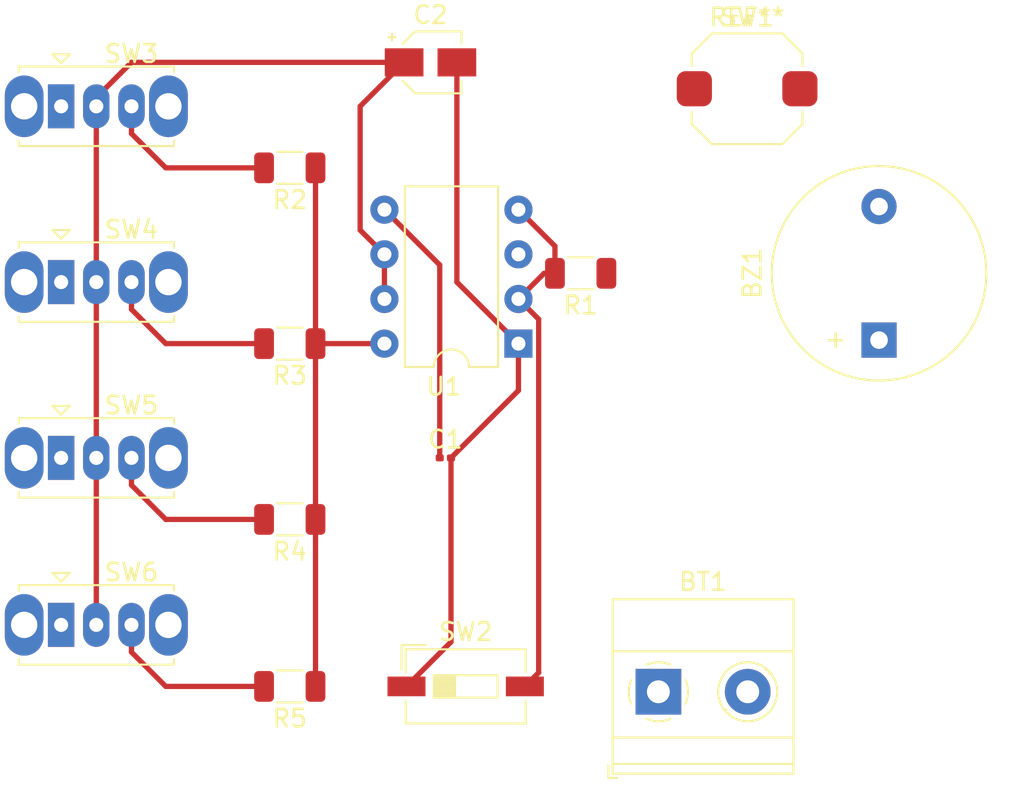
<source format=kicad_pcb>
(kicad_pcb (version 20240108) (generator "pcbnew") (generator_version "8.0")
  (layers (0 "F.Cu" signal) (31 "B.Cu" signal) (34 "B.Paste" user) (35 "F.Paste" user) (36 "B.SilkS" user "B.Silkscreen") (37 "F.SilkS" user "F.Silkscreen") (38 "B.Mask" user) (39 "F.Mask" user) (44 "Edge.Cuts" user))
  (net 0 "")
  (net 1 "Net-(BT1--)")
  (net 2 "Net-(BT1-+)")
  (net 3 "Net-(BZ1--)")
  (net 4 "Net-(BZ1-+)")
  (net 5 "Net-(U1-CV)")
  (net 6 "Net-(SW3-B)")
  (net 7 "Net-(U1-R)")
  (net 8 "Net-(SW3-C)")
  (net 9 "Net-(SW4-C)")
  (net 10 "Net-(SW5-C)")
  (net 11 "Net-(SW6-C)")
  (footprint "Button_Switch_THT:SW_Slide_SPDT_Straight_CK_OS102011MS2Q" (layer "F.Cu") (at 114.5 75.5)
    (property "Reference" "SW3" (at 3.99 -2.99 0) (layer "F.SilkS"))
    (property "Value" "5 min")
    (fp_line (start -2.41 -2.26) (end 6.41 -2.26) (stroke (width 0.12)) (layer "F.SilkS"))
    (fp_line (start -2.41 -1.95) (end -2.41 -2.26) (stroke (width 0.12)) (layer "F.SilkS"))
    (fp_line (start -2.41 2.26) (end -2.41 1.95) (stroke (width 0.12)) (layer "F.SilkS"))
    (fp_line (start -0.5 -2.96) (end 0 -2.46) (stroke (width 0.12)) (layer "F.SilkS"))
    (fp_line (start 0 -2.46) (end 0.5 -2.96) (stroke (width 0.12)) (layer "F.SilkS"))
    (fp_line (start 0.5 -2.96) (end -0.5 -2.96) (stroke (width 0.12)) (layer "F.SilkS"))
    (fp_line (start 6.41 -2.26) (end 6.41 -1.95) (stroke (width 0.12)) (layer "F.SilkS"))
    (fp_line (start 6.41 2.26) (end -2.41 2.26) (stroke (width 0.12)) (layer "F.SilkS"))
    (fp_line (start 6.41 2.26) (end 6.41 1.95) (stroke (width 0.12)) (layer "F.SilkS"))
    (pad "" thru_hole oval (at -2.1 0) (size 2.2 3.5) (drill 1.5) (layers "*.Cu" "*.Mask"))
    (pad "" thru_hole oval (at 6.1 0) (size 2.2 3.5) (drill 1.5) (layers "*.Cu" "*.Mask"))
    (pad "1" thru_hole rect (at 0 0) (size 1.5 2.5) (drill 0.8) (layers "*.Cu" "*.Mask"))
    (pad "2" thru_hole oval (at 2 0) (size 1.5 2.5) (drill 0.8) (layers "*.Cu" "*.Mask") (net 6 "Net-(SW3-B)"))
    (pad "3" thru_hole oval (at 4 0) (size 1.5 2.5) (drill 0.8) (layers "*.Cu" "*.Mask") (net 8 "Net-(SW3-C)"))
  )
  (footprint "Resistor_SMD:R_1206_3216Metric" (layer "F.Cu") (at 127.5 99 180)
    (property "Reference" "R4" (at 0 -1.82 180) (layer "F.SilkS"))
    (property "Value" "1.5M")
    (fp_line (start -0.727064 0.91) (end 0.727064 0.91) (stroke (width 0.12)) (layer "F.SilkS"))
    (fp_line (start -0.727064 -0.91) (end 0.727064 -0.91) (stroke (width 0.12)) (layer "F.SilkS"))
    (pad "1" smd roundrect (at -1.4625 0 180) (size 1.125 1.75) (layers "F.Cu" "F.Paste" "F.Mask") (roundrect_rratio 0.222222) (net 4 "Net-(BZ1-+)"))
    (pad "2" smd roundrect (at 1.4625 0 180) (size 1.125 1.75) (layers "F.Cu" "F.Paste" "F.Mask") (roundrect_rratio 0.222222) (net 10 "Net-(SW5-C)"))
  )
  (footprint "Package_DIP:DIP-8_W7.62mm" (layer "F.Cu") (at 140.5 89 180)
    (property "Reference" "U1" (at 4.23 -2.44 180) (layer "F.SilkS"))
    (property "Value" "NE555P")
    (fp_line (start 6.46 8.95) (end 6.46 -1.33) (stroke (width 0.12)) (layer "F.SilkS"))
    (fp_line (start 6.46 -1.33) (end 4.81 -1.33) (stroke (width 0.12)) (layer "F.SilkS"))
    (fp_line (start 2.81 -1.33) (end 1.16 -1.33) (stroke (width 0.12)) (layer "F.SilkS"))
    (fp_line (start 1.16 8.95) (end 6.46 8.95) (stroke (width 0.12)) (layer "F.SilkS"))
    (fp_line (start 1.16 -1.33) (end 1.16 8.95) (stroke (width 0.12)) (layer "F.SilkS"))
    (fp_arc (start 4.81 -1.33) (mid 3.81 -0.33) (end 2.81 -1.33) (stroke (width 0.12)) (layer "F.SilkS"))
    (pad "1" thru_hole rect (at 0 0 180) (size 1.6 1.6) (drill 0.8) (layers "*.Cu" "*.Mask") (net 1 "Net-(BT1--)"))
    (pad "2" thru_hole oval (at 0 2.54 180) (size 1.6 1.6) (drill 0.8) (layers "*.Cu" "*.Mask") (net 7 "Net-(U1-R)"))
    (pad "3" thru_hole oval (at 0 5.08 180) (size 1.6 1.6) (drill 0.8) (layers "*.Cu" "*.Mask") (net 3 "Net-(BZ1--)"))
    (pad "4" thru_hole oval (at 0 7.62 180) (size 1.6 1.6) (drill 0.8) (layers "*.Cu" "*.Mask") (net 7 "Net-(U1-R)"))
    (pad "5" thru_hole oval (at 7.62 7.62 180) (size 1.6 1.6) (drill 0.8) (layers "*.Cu" "*.Mask") (net 5 "Net-(U1-CV)"))
    (pad "6" thru_hole oval (at 7.62 5.08 180) (size 1.6 1.6) (drill 0.8) (layers "*.Cu" "*.Mask") (net 6 "Net-(SW3-B)"))
    (pad "7" thru_hole oval (at 7.62 2.54 180) (size 1.6 1.6) (drill 0.8) (layers "*.Cu" "*.Mask") (net 6 "Net-(SW3-B)"))
    (pad "8" thru_hole oval (at 7.62 0 180) (size 1.6 1.6) (drill 0.8) (layers "*.Cu" "*.Mask") (net 4 "Net-(BZ1-+)"))
  )
  (footprint "Resistor_SMD:R_1206_3216Metric" (layer "F.Cu") (at 127.5 79 180)
    (property "Reference" "R2" (at 0 -1.82 180) (layer "F.SilkS"))
    (property "Value" "470k")
    (fp_line (start -0.727064 0.91) (end 0.727064 0.91) (stroke (width 0.12)) (layer "F.SilkS"))
    (fp_line (start -0.727064 -0.91) (end 0.727064 -0.91) (stroke (width 0.12)) (layer "F.SilkS"))
    (pad "1" smd roundrect (at -1.4625 0 180) (size 1.125 1.75) (layers "F.Cu" "F.Paste" "F.Mask") (roundrect_rratio 0.222222) (net 4 "Net-(BZ1-+)"))
    (pad "2" smd roundrect (at 1.4625 0 180) (size 1.125 1.75) (layers "F.Cu" "F.Paste" "F.Mask") (roundrect_rratio 0.222222) (net 8 "Net-(SW3-C)"))
  )
  (footprint "Button_Switch_THT:SW_Slide_SPDT_Straight_CK_OS102011MS2Q" (layer "F.Cu") (at 114.5 95.5)
    (property "Reference" "SW5" (at 3.99 -2.99 0) (layer "F.SilkS"))
    (property "Value" "15 min")
    (fp_line (start -2.41 -2.26) (end 6.41 -2.26) (stroke (width 0.12)) (layer "F.SilkS"))
    (fp_line (start -2.41 -1.95) (end -2.41 -2.26) (stroke (width 0.12)) (layer "F.SilkS"))
    (fp_line (start -2.41 2.26) (end -2.41 1.95) (stroke (width 0.12)) (layer "F.SilkS"))
    (fp_line (start -0.5 -2.96) (end 0 -2.46) (stroke (width 0.12)) (layer "F.SilkS"))
    (fp_line (start 0 -2.46) (end 0.5 -2.96) (stroke (width 0.12)) (layer "F.SilkS"))
    (fp_line (start 0.5 -2.96) (end -0.5 -2.96) (stroke (width 0.12)) (layer "F.SilkS"))
    (fp_line (start 6.41 -2.26) (end 6.41 -1.95) (stroke (width 0.12)) (layer "F.SilkS"))
    (fp_line (start 6.41 2.26) (end -2.41 2.26) (stroke (width 0.12)) (layer "F.SilkS"))
    (fp_line (start 6.41 2.26) (end 6.41 1.95) (stroke (width 0.12)) (layer "F.SilkS"))
    (pad "" thru_hole oval (at -2.1 0) (size 2.2 3.5) (drill 1.5) (layers "*.Cu" "*.Mask"))
    (pad "" thru_hole oval (at 6.1 0) (size 2.2 3.5) (drill 1.5) (layers "*.Cu" "*.Mask"))
    (pad "1" thru_hole rect (at 0 0) (size 1.5 2.5) (drill 0.8) (layers "*.Cu" "*.Mask"))
    (pad "2" thru_hole oval (at 2 0) (size 1.5 2.5) (drill 0.8) (layers "*.Cu" "*.Mask") (net 6 "Net-(SW3-B)"))
    (pad "3" thru_hole oval (at 4 0) (size 1.5 2.5) (drill 0.8) (layers "*.Cu" "*.Mask") (net 10 "Net-(SW5-C)"))
  )
  (footprint "Button_Switch_SMD:SW_DIP_SPSTx01_Slide_6.7x4.1mm_W6.73mm_P2.54mm_LowProfile_JPin" (layer "F.Cu") (at 137.5 108.5)
    (property "Reference" "SW2" (at 0 -3.11 0) (layer "F.SilkS"))
    (property "Value" "Start")
    (fp_line (start -3.65 -2.35) (end -3.65 -0.967) (stroke (width 0.12)) (layer "F.SilkS"))
    (fp_line (start -3.65 -2.35) (end -2.267 -2.35) (stroke (width 0.12)) (layer "F.SilkS"))
    (fp_line (start -3.41 -2.11) (end -3.41 -0.8) (stroke (width 0.12)) (layer "F.SilkS"))
    (fp_line (start -3.41 -2.11) (end 3.41 -2.11) (stroke (width 0.12)) (layer "F.SilkS"))
    (fp_line (start -3.41 0.8) (end -3.41 2.11) (stroke (width 0.12)) (layer "F.SilkS"))
    (fp_line (start -3.41 2.11) (end 3.41 2.11) (stroke (width 0.12)) (layer "F.SilkS"))
    (fp_line (start -1.81 -0.635) (end -1.81 0.635) (stroke (width 0.12)) (layer "F.SilkS"))
    (fp_line (start -1.81 -0.515) (end -0.603333 -0.515) (stroke (width 0.12)) (layer "F.SilkS"))
    (fp_line (start -1.81 -0.395) (end -0.603333 -0.395) (stroke (width 0.12)) (layer "F.SilkS"))
    (fp_line (start -1.81 -0.275) (end -0.603333 -0.275) (stroke (width 0.12)) (layer "F.SilkS"))
    (fp_line (start -1.81 -0.155) (end -0.603333 -0.155) (stroke (width 0.12)) (layer "F.SilkS"))
    (fp_line (start -1.81 -0.035) (end -0.603333 -0.035) (stroke (width 0.12)) (layer "F.SilkS"))
    (fp_line (start -1.81 0.085) (end -0.603333 0.085) (stroke (width 0.12)) (layer "F.SilkS"))
    (fp_line (start -1.81 0.205) (end -0.603333 0.205) (stroke (width 0.12)) (layer "F.SilkS"))
    (fp_line (start -1.81 0.325) (end -0.603333 0.325) (stroke (width 0.12)) (layer "F.SilkS"))
    (fp_line (start -1.81 0.445) (end -0.603333 0.445) (stroke (width 0.12)) (layer "F.SilkS"))
    (fp_line (start -1.81 0.565) (end -0.603333 0.565) (stroke (width 0.12)) (layer "F.SilkS"))
    (fp_line (start -1.81 0.635) (end 1.81 0.635) (stroke (width 0.12)) (layer "F.SilkS"))
    (fp_line (start -0.603333 -0.635) (end -0.603333 0.635) (stroke (width 0.12)) (layer "F.SilkS"))
    (fp_line (start 1.81 -0.635) (end -1.81 -0.635) (stroke (width 0.12)) (layer "F.SilkS"))
    (fp_line (start 1.81 0.635) (end 1.81 -0.635) (stroke (width 0.12)) (layer "F.SilkS"))
    (fp_line (start 3.41 -2.11) (end 3.41 -0.8) (stroke (width 0.12)) (layer "F.SilkS"))
    (fp_line (start 3.41 0.8) (end 3.41 2.11) (stroke (width 0.12)) (layer "F.SilkS"))
    (pad "1" smd rect (at -3.365 0) (size 2.16 1.12) (layers "F.Cu" "F.Paste" "F.Mask") (net 1 "Net-(BT1--)"))
    (pad "2" smd rect (at 3.365 0) (size 2.16 1.12) (layers "F.Cu" "F.Paste" "F.Mask") (net 7 "Net-(U1-R)"))
  )
  (footprint "Buzzer_Beeper:Buzzer_12x9.5RM7.6" (layer "F.Cu") (at 161 88.8 90)
    (property "Reference" "BZ1" (at 3.8 -7.2 270) (layer "F.SilkS"))
    (property "Value" "9V")
    (fp_circle (center 3.8 0) (end 9.9 0) (stroke (width 0.12)) (fill none) (layer "F.SilkS"))
    (fp_text user "+" (at -0.01 -2.54 270) (layer "F.SilkS"))
    (pad "1" thru_hole rect (at 0 0 90) (size 2 2) (drill 1) (layers "*.Cu" "*.Mask") (net 4 "Net-(BZ1-+)"))
    (pad "2" thru_hole circle (at 7.6 0 90) (size 2 2) (drill 1) (layers "*.Cu" "*.Mask") (net 3 "Net-(BZ1--)"))
  )
  (footprint "Button_Switch_SMD:SW_Push_1TS009xxxx-xxxx-xxxx_6x6x5mm" (layer "F.Cu") (at 153.5 74.5)
    (property "Reference" "SW1" (at 0 -4.064 0) (layer "F.SilkS"))
    (property "Value" "ON-OFF")
    (fp_line (start -3.15 -1.981) (end -2 -3.15) (stroke (width 0.12)) (layer "F.SilkS"))
    (fp_line (start -3.15 -1.3) (end -3.15 -1.981) (stroke (width 0.12)) (layer "F.SilkS"))
    (fp_line (start -3.15 1.3) (end -3.15 2) (stroke (width 0.12)) (layer "F.SilkS"))
    (fp_line (start -3.15 2) (end -2 3.15) (stroke (width 0.12)) (layer "F.SilkS"))
    (fp_line (start -2 -3.15) (end 2 -3.15) (stroke (width 0.12)) (layer "F.SilkS"))
    (fp_line (start -2 3.15) (end 2 3.15) (stroke (width 0.12)) (layer "F.SilkS"))
    (fp_line (start 2 -3.15) (end 3.15 -2) (stroke (width 0.12)) (layer "F.SilkS"))
    (fp_line (start 2 3.15) (end 3.15 2) (stroke (width 0.12)) (layer "F.SilkS"))
    (fp_line (start 3.15 -2) (end 3.15 -1.3) (stroke (width 0.12)) (layer "F.SilkS"))
    (fp_line (start 3.15 2) (end 3.15 1.3) (stroke (width 0.12)) (layer "F.SilkS"))
    (fp_text user "REF**" (at 0 -4.064 0) (layer "F.SilkS"))
    (pad "1" smd roundrect (at -3 0) (size 2 2) (layers "F.Cu" "F.Paste" "F.Mask") (net 2 "Net-(BT1-+)"))
    (pad "2" smd roundrect (at 3 0) (size 2 2) (layers "F.Cu" "F.Paste" "F.Mask") (net 4 "Net-(BZ1-+)"))
  )
  (footprint "Resistor_SMD:R_1206_3216Metric" (layer "F.Cu") (at 144.0375 85 180)
    (property "Reference" "R1" (at 0 -1.82 180) (layer "F.SilkS"))
    (property "Value" "22k")
    (fp_line (start -0.727064 0.91) (end 0.727064 0.91) (stroke (width 0.12)) (layer "F.SilkS"))
    (fp_line (start -0.727064 -0.91) (end 0.727064 -0.91) (stroke (width 0.12)) (layer "F.SilkS"))
    (pad "1" smd roundrect (at -1.4625 0 180) (size 1.125 1.75) (layers "F.Cu" "F.Paste" "F.Mask") (roundrect_rratio 0.222222) (net 4 "Net-(BZ1-+)"))
    (pad "2" smd roundrect (at 1.4625 0 180) (size 1.125 1.75) (layers "F.Cu" "F.Paste" "F.Mask") (roundrect_rratio 0.222222) (net 7 "Net-(U1-R)"))
  )
  (footprint "Capacitor_SMD:C_0201_0603Metric" (layer "F.Cu") (at 136.345 95.5)
    (property "Reference" "C1" (at 0 -1.05 0) (layer "F.SilkS"))
    (property "Value" "0.1uF")
    (pad "1" smd roundrect (at -0.32 0) (size 0.46 0.4) (layers "F.Cu" "F.Mask") (net 5 "Net-(U1-CV)"))
    (pad "2" smd roundrect (at 0.32 0) (size 0.46 0.4) (layers "F.Cu" "F.Mask") (net 1 "Net-(BT1--)"))
  )
  (footprint "TerminalBlock_Phoenix:TerminalBlock_Phoenix_MKDS-1,5-2-5.08_1x02_P5.08mm_Horizontal" (layer "F.Cu") (at 148.455 108.805)
    (property "Reference" "BT1" (at 2.54 -6.26 0) (layer "F.SilkS"))
    (property "Value" "9V")
    (fp_line (start -2.84 4.16) (end -2.84 4.9) (stroke (width 0.12)) (layer "F.SilkS"))
    (fp_line (start -2.84 4.9) (end -2.34 4.9) (stroke (width 0.12)) (layer "F.SilkS"))
    (fp_line (start -2.6 -5.261) (end -2.6 4.66) (stroke (width 0.12)) (layer "F.SilkS"))
    (fp_line (start -2.6 -5.261) (end 7.68 -5.261) (stroke (width 0.12)) (layer "F.SilkS"))
    (fp_line (start -2.6 -2.301) (end 7.68 -2.301) (stroke (width 0.12)) (layer "F.SilkS"))
    (fp_line (start -2.6 2.6) (end 7.68 2.6) (stroke (width 0.12)) (layer "F.SilkS"))
    (fp_line (start -2.6 4.1) (end 7.68 4.1) (stroke (width 0.12)) (layer "F.SilkS"))
    (fp_line (start -2.6 4.66) (end 7.68 4.66) (stroke (width 0.12)) (layer "F.SilkS"))
    (fp_line (start 3.853 1.023) (end 3.806 1.069) (stroke (width 0.12)) (layer "F.SilkS"))
    (fp_line (start 4.046 1.239) (end 4.011 1.274) (stroke (width 0.12)) (layer "F.SilkS"))
    (fp_line (start 6.15 -1.275) (end 6.115 -1.239) (stroke (width 0.12)) (layer "F.SilkS"))
    (fp_line (start 6.355 -1.069) (end 6.308 -1.023) (stroke (width 0.12)) (layer "F.SilkS"))
    (fp_line (start 7.68 -5.261) (end 7.68 4.66) (stroke (width 0.12)) (layer "F.SilkS"))
    (fp_arc (start -1.535427 0.683042) (mid -1.680501 -0.000524) (end -1.535 -0.684) (stroke (width 0.12)) (layer "F.SilkS"))
    (fp_arc (start -0.683042 -1.535427) (mid 0.000524 -1.680501) (end 0.684 -1.535) (stroke (width 0.12)) (layer "F.SilkS"))
    (fp_arc (start 0.028805 1.680253) (mid -0.335551 1.646659) (end -0.684 1.535) (stroke (width 0.12)) (layer "F.SilkS"))
    (fp_arc (start 0.683318 1.534756) (mid 0.349292 1.643288) (end 0 1.68) (stroke (width 0.12)) (layer "F.SilkS"))
    (fp_arc (start 1.535427 -0.683042) (mid 1.680501 0.000524) (end 1.535 0.684) (stroke (width 0.12)) (layer "F.SilkS"))
    (fp_circle (center 5.08 0) (end 6.76 0) (stroke (width 0.12)) (fill none) (layer "F.SilkS"))
    (pad "1" thru_hole rect (at 0 0) (size 2.6 2.6) (drill 1.3) (layers "*.Cu" "*.Mask") (net 2 "Net-(BT1-+)"))
    (pad "2" thru_hole circle (at 5.08 0) (size 2.6 2.6) (drill 1.3) (layers "*.Cu" "*.Mask") (net 1 "Net-(BT1--)"))
  )
  (footprint "Button_Switch_THT:SW_Slide_SPDT_Straight_CK_OS102011MS2Q" (layer "F.Cu") (at 114.5 85.5)
    (property "Reference" "SW4" (at 3.99 -2.99 0) (layer "F.SilkS"))
    (property "Value" "10 min")
    (fp_line (start -2.41 -2.26) (end 6.41 -2.26) (stroke (width 0.12)) (layer "F.SilkS"))
    (fp_line (start -2.41 -1.95) (end -2.41 -2.26) (stroke (width 0.12)) (layer "F.SilkS"))
    (fp_line (start -2.41 2.26) (end -2.41 1.95) (stroke (width 0.12)) (layer "F.SilkS"))
    (fp_line (start -0.5 -2.96) (end 0 -2.46) (stroke (width 0.12)) (layer "F.SilkS"))
    (fp_line (start 0 -2.46) (end 0.5 -2.96) (stroke (width 0.12)) (layer "F.SilkS"))
    (fp_line (start 0.5 -2.96) (end -0.5 -2.96) (stroke (width 0.12)) (layer "F.SilkS"))
    (fp_line (start 6.41 -2.26) (end 6.41 -1.95) (stroke (width 0.12)) (layer "F.SilkS"))
    (fp_line (start 6.41 2.26) (end -2.41 2.26) (stroke (width 0.12)) (layer "F.SilkS"))
    (fp_line (start 6.41 2.26) (end 6.41 1.95) (stroke (width 0.12)) (layer "F.SilkS"))
    (pad "" thru_hole oval (at -2.1 0) (size 2.2 3.5) (drill 1.5) (layers "*.Cu" "*.Mask"))
    (pad "" thru_hole oval (at 6.1 0) (size 2.2 3.5) (drill 1.5) (layers "*.Cu" "*.Mask"))
    (pad "1" thru_hole rect (at 0 0) (size 1.5 2.5) (drill 0.8) (layers "*.Cu" "*.Mask"))
    (pad "2" thru_hole oval (at 2 0) (size 1.5 2.5) (drill 0.8) (layers "*.Cu" "*.Mask") (net 6 "Net-(SW3-B)"))
    (pad "3" thru_hole oval (at 4 0) (size 1.5 2.5) (drill 0.8) (layers "*.Cu" "*.Mask") (net 9 "Net-(SW4-C)"))
  )
  (footprint "Button_Switch_THT:SW_Slide_SPDT_Straight_CK_OS102011MS2Q" (layer "F.Cu") (at 114.5 105)
    (property "Reference" "SW6" (at 3.99 -2.99 0) (layer "F.SilkS"))
    (property "Value" "20 min")
    (fp_line (start -2.41 -2.26) (end 6.41 -2.26) (stroke (width 0.12)) (layer "F.SilkS"))
    (fp_line (start -2.41 -1.95) (end -2.41 -2.26) (stroke (width 0.12)) (layer "F.SilkS"))
    (fp_line (start -2.41 2.26) (end -2.41 1.95) (stroke (width 0.12)) (layer "F.SilkS"))
    (fp_line (start -0.5 -2.96) (end 0 -2.46) (stroke (width 0.12)) (layer "F.SilkS"))
    (fp_line (start 0 -2.46) (end 0.5 -2.96) (stroke (width 0.12)) (layer "F.SilkS"))
    (fp_line (start 0.5 -2.96) (end -0.5 -2.96) (stroke (width 0.12)) (layer "F.SilkS"))
    (fp_line (start 6.41 -2.26) (end 6.41 -1.95) (stroke (width 0.12)) (layer "F.SilkS"))
    (fp_line (start 6.41 2.26) (end -2.41 2.26) (stroke (width 0.12)) (layer "F.SilkS"))
    (fp_line (start 6.41 2.26) (end 6.41 1.95) (stroke (width 0.12)) (layer "F.SilkS"))
    (pad "" thru_hole oval (at -2.1 0) (size 2.2 3.5) (drill 1.5) (layers "*.Cu" "*.Mask"))
    (pad "" thru_hole oval (at 6.1 0) (size 2.2 3.5) (drill 1.5) (layers "*.Cu" "*.Mask"))
    (pad "1" thru_hole rect (at 0 0) (size 1.5 2.5) (drill 0.8) (layers "*.Cu" "*.Mask"))
    (pad "2" thru_hole oval (at 2 0) (size 1.5 2.5) (drill 0.8) (layers "*.Cu" "*.Mask") (net 6 "Net-(SW3-B)"))
    (pad "3" thru_hole oval (at 4 0) (size 1.5 2.5) (drill 0.8) (layers "*.Cu" "*.Mask") (net 11 "Net-(SW6-C)"))
  )
  (footprint "Capacitor_SMD:CP_Elec_3x5.3" (layer "F.Cu") (at 135.5 73)
    (property "Reference" "C2" (at 0 -2.7 360) (layer "F.SilkS"))
    (property "Value" "470uF")
    (fp_line (start -2.375 -1.435) (end -2 -1.435) (stroke (width 0.12)) (layer "F.SilkS"))
    (fp_line (start -2.1875 -1.6225) (end -2.1875 -1.2475) (stroke (width 0.12)) (layer "F.SilkS"))
    (fp_line (start -1.570563 -1.06) (end -0.870563 -1.76) (stroke (width 0.12)) (layer "F.SilkS"))
    (fp_line (start -1.570563 1.06) (end -0.870563 1.76) (stroke (width 0.12)) (layer "F.SilkS"))
    (fp_line (start -0.870563 -1.76) (end 1.76 -1.76) (stroke (width 0.12)) (layer "F.SilkS"))
    (fp_line (start -0.870563 1.76) (end 1.76 1.76) (stroke (width 0.12)) (layer "F.SilkS"))
    (fp_line (start 1.76 -1.76) (end 1.76 -1.06) (stroke (width 0.12)) (layer "F.SilkS"))
    (fp_line (start 1.76 1.76) (end 1.76 1.06) (stroke (width 0.12)) (layer "F.SilkS"))
    (pad "1" smd rect (at -1.5 0) (size 2.2 1.6) (layers "F.Cu" "F.Paste" "F.Mask") (net 6 "Net-(SW3-B)"))
    (pad "2" smd rect (at 1.5 0) (size 2.2 1.6) (layers "F.Cu" "F.Paste" "F.Mask") (net 1 "Net-(BT1--)"))
  )
  (footprint "Resistor_SMD:R_1206_3216Metric" (layer "F.Cu") (at 127.5 108.5 180)
    (property "Reference" "R5" (at 0 -1.82 180) (layer "F.SilkS"))
    (property "Value" "2.2M")
    (fp_line (start -0.727064 0.91) (end 0.727064 0.91) (stroke (width 0.12)) (layer "F.SilkS"))
    (fp_line (start -0.727064 -0.91) (end 0.727064 -0.91) (stroke (width 0.12)) (layer "F.SilkS"))
    (pad "1" smd roundrect (at -1.4625 0 180) (size 1.125 1.75) (layers "F.Cu" "F.Paste" "F.Mask") (roundrect_rratio 0.222222) (net 4 "Net-(BZ1-+)"))
    (pad "2" smd roundrect (at 1.4625 0 180) (size 1.125 1.75) (layers "F.Cu" "F.Paste" "F.Mask") (roundrect_rratio 0.222222) (net 11 "Net-(SW6-C)"))
  )
  (footprint "Resistor_SMD:R_1206_3216Metric" (layer "F.Cu") (at 127.5 89 180)
    (property "Reference" "R3" (at 0 -1.82 180) (layer "F.SilkS"))
    (property "Value" "1M")
    (fp_line (start -0.727064 0.91) (end 0.727064 0.91) (stroke (width 0.12)) (layer "F.SilkS"))
    (fp_line (start -0.727064 -0.91) (end 0.727064 -0.91) (stroke (width 0.12)) (layer "F.SilkS"))
    (pad "1" smd roundrect (at -1.4625 0 180) (size 1.125 1.75) (layers "F.Cu" "F.Paste" "F.Mask") (roundrect_rratio 0.222222) (net 4 "Net-(BZ1-+)"))
    (pad "2" smd roundrect (at 1.4625 0 180) (size 1.125 1.75) (layers "F.Cu" "F.Paste" "F.Mask") (roundrect_rratio 0.222222) (net 9 "Net-(SW4-C)"))
  )
  (segment (start 140.5 89) (end 140.5 91.665) (width 0.3) (layer "F.Cu") (net 1))
  (segment (start 140.5 91.665) (end 136.665 95.5) (width 0.3) (layer "F.Cu") (net 1))
  (segment (start 134.135 108.5) (end 136.665 105.97) (width 0.3) (layer "F.Cu") (net 1))
  (segment (start 137 85.5) (end 140.5 89) (width 0.3) (layer "F.Cu") (net 1))
  (segment (start 137 73) (end 137 85.5) (width 0.3) (layer "F.Cu") (net 1))
  (segment (start 136.665 105.97) (end 136.665 95.5) (width 0.3) (layer "F.Cu") (net 1))
  (segment (start 128.9625 108.5) (end 128.9625 99) (width 0.3) (layer "F.Cu") (net 4))
  (segment (start 128.9625 89) (end 128.9625 99) (width 0.3) (layer "F.Cu") (net 4))
  (segment (start 132.88 89) (end 128.9625 89) (width 0.3) (layer "F.Cu") (net 4))
  (segment (start 128.9625 79) (end 128.9625 89) (width 0.3) (layer "F.Cu") (net 4))
  (segment (start 132.88 81.38) (end 136.025 84.525) (width 0.3) (layer "F.Cu") (net 5))
  (segment (start 136.025 84.525) (end 136.025 95.5) (width 0.3) (layer "F.Cu") (net 5))
  (segment (start 134 73) (end 118.5 73) (width 0.3) (layer "F.Cu") (net 6))
  (segment (start 116.5 85.5) (end 116.5 95.5) (width 0.3) (layer "F.Cu") (net 6))
  (segment (start 116.5 75.5) (end 116.5 85.5) (width 0.3) (layer "F.Cu") (net 6))
  (segment (start 118.5 73) (end 116.5 75) (width 0.3) (layer "F.Cu") (net 6))
  (segment (start 134 73) (end 131.5 75.5) (width 0.3) (layer "F.Cu") (net 6))
  (segment (start 116.5 75) (end 116.5 75.5) (width 0.3) (layer "F.Cu") (net 6))
  (segment (start 131.5 82.54) (end 132.88 83.92) (width 0.3) (layer "F.Cu") (net 6))
  (segment (start 116.5 95.5) (end 116.5 105) (width 0.3) (layer "F.Cu") (net 6))
  (segment (start 134 73) (end 134.03 73.03) (width 0.3) (layer "F.Cu") (net 6))
  (segment (start 131.5 75.5) (end 131.5 82.54) (width 0.3) (layer "F.Cu") (net 6))
  (segment (start 132.88 83.92) (end 132.88 86.46) (width 0.3) (layer "F.Cu") (net 6))
  (segment (start 140.865 108.5) (end 141.65 107.715) (width 0.3) (layer "F.Cu") (net 7))
  (segment (start 141.96 85) (end 140.5 86.46) (width 0.3) (layer "F.Cu") (net 7))
  (segment (start 142.575 85) (end 141.96 85) (width 0.3) (layer "F.Cu") (net 7))
  (segment (start 142.575 85) (end 142.575 83.455) (width 0.3) (layer "F.Cu") (net 7))
  (segment (start 142.575 83.455) (end 140.5 81.38) (width 0.3) (layer "F.Cu") (net 7))
  (segment (start 141.65 87.61) (end 140.5 86.46) (width 0.3) (layer "F.Cu") (net 7))
  (segment (start 141.65 107.715) (end 141.65 87.61) (width 0.3) (layer "F.Cu") (net 7))
  (segment (start 120.45 79) (end 118.5 77.05) (width 0.3) (layer "F.Cu") (net 8))
  (segment (start 126.0375 79) (end 120.45 79) (width 0.3) (layer "F.Cu") (net 8))
  (segment (start 118.5 77.05) (end 118.5 75.5) (width 0.3) (layer "F.Cu") (net 8))
  (segment (start 118.5 87.05) (end 118.5 85.5) (width 0.3) (layer "F.Cu") (net 9))
  (segment (start 120.45 89) (end 118.5 87.05) (width 0.3) (layer "F.Cu") (net 9))
  (segment (start 126.0375 89) (end 120.45 89) (width 0.3) (layer "F.Cu") (net 9))
  (segment (start 126.0375 99) (end 120.45 99) (width 0.3) (layer "F.Cu") (net 10))
  (segment (start 118.5 97.05) (end 118.5 95.5) (width 0.3) (layer "F.Cu") (net 10))
  (segment (start 120.45 99) (end 118.5 97.05) (width 0.3) (layer "F.Cu") (net 10))
  (segment (start 120.45 108.5) (end 118.5 106.55) (width 0.3) (layer "F.Cu") (net 11))
  (segment (start 118.5 106.55) (end 118.5 105) (width 0.3) (layer "F.Cu") (net 11))
  (segment (start 126.0375 108.5) (end 120.45 108.5) (width 0.3) (layer "F.Cu") (net 11))
)
</source>
